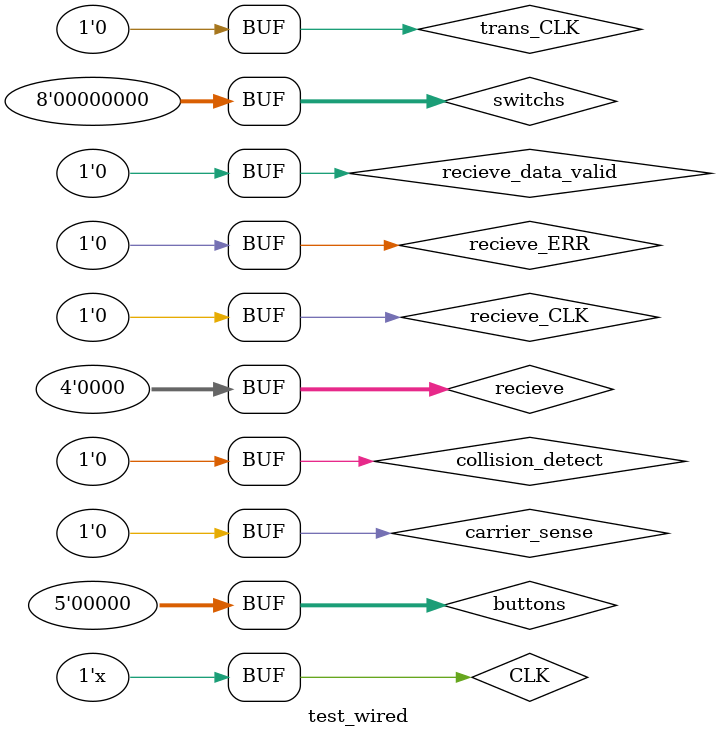
<source format=v>
`timescale 1ns / 1ps


module test_wired;

	// Inputs
	reg CLK;
	reg [7:0] switchs;
	reg [4:0] buttons;
	reg collision_detect;
	reg carrier_sense;
	reg trans_CLK;
	reg [3:0] recieve;
	reg recieve_ERR;
	reg recieve_data_valid;
	reg recieve_CLK;

	// Outputs
	wire [7:0] leds;
	wire sevenSeg1;
	wire sevenSeg2;
	wire sevenSeg3;
	wire sevenSeg4;
	wire sevenSegP;
	wire sevenSegA;
	wire sevenSegB;
	wire sevenSegC;
	wire sevenSegD;
	wire sevenSegE;
	wire sevenSegF;
	wire sevenSegG;
	wire [2:0] vgaRed;
	wire [2:0] vgaGreen;
	wire [1:0] vgaBlue;
	wire Hsync;
	wire Vsync;
	wire [15:0] data_out;
	wire [3:0] transmit;
	wire trans_error;
	wire trans_enabled;
	wire md_CLK;
	wire resetE;
	wire CLK25;

	// Bidirs
	wire MDIO;

	// Instantiate the Unit Under Test (UUT)
	wired_together uut (
		.CLK(CLK), 
		.switchs(switchs), 
		.buttons(buttons), 
		.MDIO(MDIO), 
		.collision_detect(collision_detect), 
		.carrier_sense(carrier_sense), 
		.trans_CLK(trans_CLK), 
		.recieve(recieve), 
		.recieve_ERR(recieve_ERR), 
		.recieve_data_valid(recieve_data_valid), 
		.recieve_CLK(recieve_CLK), 
		.leds(leds), 
		.sevenSeg1(sevenSeg1), 
		.sevenSeg2(sevenSeg2), 
		.sevenSeg3(sevenSeg3), 
		.sevenSeg4(sevenSeg4), 
		.sevenSegP(sevenSegP), 
		.sevenSegA(sevenSegA), 
		.sevenSegB(sevenSegB), 
		.sevenSegC(sevenSegC), 
		.sevenSegD(sevenSegD), 
		.sevenSegE(sevenSegE), 
		.sevenSegF(sevenSegF), 
		.sevenSegG(sevenSegG), 
		.vgaRed(vgaRed), 
		.vgaGreen(vgaGreen), 
		.vgaBlue(vgaBlue), 
		.Hsync(Hsync), 
		.Vsync(Vsync), 
		.data_out(data_out), 
		.transmit(transmit), 
		.trans_error(trans_error), 
		.trans_enabled(trans_enabled), 
		.md_CLK(md_CLK), 
		.resetE(resetE), 
		.CLK25(CLK25)
	);

	initial begin
		// Initialize Inputs
		CLK = 0;
		switchs = 0;
		buttons = 0;
		collision_detect = 0;
		carrier_sense = 0;
		trans_CLK = 0;
		recieve = 0;
		recieve_ERR = 0;
		recieve_data_valid = 0;
		recieve_CLK = 0;

		// Wait 100 ns for global reset to finish
		#100;
        
		// Add stimulus here

	end
	
	always
	begin
		CLK = ~CLK;
		#10;
	end	
      
endmodule


</source>
